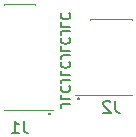
<source format=gbr>
%TF.GenerationSoftware,KiCad,Pcbnew,6.0.0*%
%TF.CreationDate,2022-01-23T14:48:09+02:00*%
%TF.ProjectId,hs-probe-adapter,68732d70-726f-4626-952d-616461707465,rev?*%
%TF.SameCoordinates,Original*%
%TF.FileFunction,Legend,Bot*%
%TF.FilePolarity,Positive*%
%FSLAX46Y46*%
G04 Gerber Fmt 4.6, Leading zero omitted, Abs format (unit mm)*
G04 Created by KiCad (PCBNEW 6.0.0) date 2022-01-23 14:48:09*
%MOMM*%
%LPD*%
G01*
G04 APERTURE LIST*
%ADD10C,0.150000*%
%ADD11C,0.120000*%
G04 APERTURE END LIST*
D10*
X44761095Y-51447238D02*
X44189666Y-51447238D01*
X44075380Y-51485333D01*
X43999190Y-51561523D01*
X43961095Y-51675809D01*
X43961095Y-51752000D01*
X43961095Y-50685333D02*
X43961095Y-51066285D01*
X44761095Y-51066285D01*
X44037285Y-49961523D02*
X43999190Y-49999619D01*
X43961095Y-50113904D01*
X43961095Y-50190095D01*
X43999190Y-50304380D01*
X44075380Y-50380571D01*
X44151571Y-50418666D01*
X44303952Y-50456761D01*
X44418238Y-50456761D01*
X44570619Y-50418666D01*
X44646809Y-50380571D01*
X44723000Y-50304380D01*
X44761095Y-50190095D01*
X44761095Y-50113904D01*
X44723000Y-49999619D01*
X44684904Y-49961523D01*
X44761095Y-49390095D02*
X44189666Y-49390095D01*
X44075380Y-49428190D01*
X43999190Y-49504380D01*
X43961095Y-49618666D01*
X43961095Y-49694857D01*
X43961095Y-48628190D02*
X43961095Y-49009142D01*
X44761095Y-49009142D01*
X44037285Y-47904380D02*
X43999190Y-47942476D01*
X43961095Y-48056761D01*
X43961095Y-48132952D01*
X43999190Y-48247238D01*
X44075380Y-48323428D01*
X44151571Y-48361523D01*
X44303952Y-48399619D01*
X44418238Y-48399619D01*
X44570619Y-48361523D01*
X44646809Y-48323428D01*
X44723000Y-48247238D01*
X44761095Y-48132952D01*
X44761095Y-48056761D01*
X44723000Y-47942476D01*
X44684904Y-47904380D01*
X44761095Y-47332952D02*
X44189666Y-47332952D01*
X44075380Y-47371047D01*
X43999190Y-47447238D01*
X43961095Y-47561523D01*
X43961095Y-47637714D01*
X43961095Y-46571047D02*
X43961095Y-46952000D01*
X44761095Y-46952000D01*
X44037285Y-45847238D02*
X43999190Y-45885333D01*
X43961095Y-45999619D01*
X43961095Y-46075809D01*
X43999190Y-46190095D01*
X44075380Y-46266285D01*
X44151571Y-46304380D01*
X44303952Y-46342476D01*
X44418238Y-46342476D01*
X44570619Y-46304380D01*
X44646809Y-46266285D01*
X44723000Y-46190095D01*
X44761095Y-46075809D01*
X44761095Y-45999619D01*
X44723000Y-45885333D01*
X44684904Y-45847238D01*
X44761095Y-45275809D02*
X44189666Y-45275809D01*
X44075380Y-45313904D01*
X43999190Y-45390095D01*
X43961095Y-45504380D01*
X43961095Y-45580571D01*
X43961095Y-44513904D02*
X43961095Y-44894857D01*
X44761095Y-44894857D01*
X44037285Y-43790095D02*
X43999190Y-43828190D01*
X43961095Y-43942476D01*
X43961095Y-44018666D01*
X43999190Y-44132952D01*
X44075380Y-44209142D01*
X44151571Y-44247238D01*
X44303952Y-44285333D01*
X44418238Y-44285333D01*
X44570619Y-44247238D01*
X44646809Y-44209142D01*
X44723000Y-44132952D01*
X44761095Y-44018666D01*
X44761095Y-43942476D01*
X44723000Y-43828190D01*
X44684904Y-43790095D01*
X45466000Y-50958714D02*
X45504095Y-50996809D01*
X45466000Y-51034904D01*
X45427904Y-50996809D01*
X45466000Y-50958714D01*
X45466000Y-51034904D01*
X43053000Y-52228714D02*
X43091095Y-52266809D01*
X43053000Y-52304904D01*
X43014904Y-52266809D01*
X43053000Y-52228714D01*
X43053000Y-52304904D01*
%TO.C,J1*%
X40833333Y-52897380D02*
X40833333Y-53611666D01*
X40880952Y-53754523D01*
X40976190Y-53849761D01*
X41119047Y-53897380D01*
X41214285Y-53897380D01*
X39833333Y-53897380D02*
X40404761Y-53897380D01*
X40119047Y-53897380D02*
X40119047Y-52897380D01*
X40214285Y-53040238D01*
X40309523Y-53135476D01*
X40404761Y-53183095D01*
%TO.C,J2*%
X48593333Y-51187380D02*
X48593333Y-51901666D01*
X48640952Y-52044523D01*
X48736190Y-52139761D01*
X48879047Y-52187380D01*
X48974285Y-52187380D01*
X48164761Y-51282619D02*
X48117142Y-51235000D01*
X48021904Y-51187380D01*
X47783809Y-51187380D01*
X47688571Y-51235000D01*
X47640952Y-51282619D01*
X47593333Y-51377857D01*
X47593333Y-51473095D01*
X47640952Y-51615952D01*
X48212380Y-52187380D01*
X47593333Y-52187380D01*
D11*
%TO.C,J1*%
X39170000Y-43055000D02*
X39170000Y-42995000D01*
X41830000Y-52005000D02*
X41830000Y-51945000D01*
X39170000Y-52005000D02*
X39170000Y-51945000D01*
X41830000Y-51945000D02*
X43290000Y-51945000D01*
X39170000Y-52005000D02*
X41830000Y-52005000D01*
X41830000Y-43055000D02*
X41830000Y-42995000D01*
X39170000Y-42995000D02*
X41830000Y-42995000D01*
%TO.C,J2*%
X46495000Y-44265000D02*
X50025000Y-44265000D01*
X50025000Y-44330000D02*
X50025000Y-44265000D01*
X46495000Y-50735000D02*
X46495000Y-50670000D01*
X46495000Y-44330000D02*
X46495000Y-44265000D01*
X50025000Y-50735000D02*
X50025000Y-50670000D01*
X46495000Y-50735000D02*
X50025000Y-50735000D01*
X45170000Y-50670000D02*
X46495000Y-50670000D01*
%TD*%
M02*

</source>
